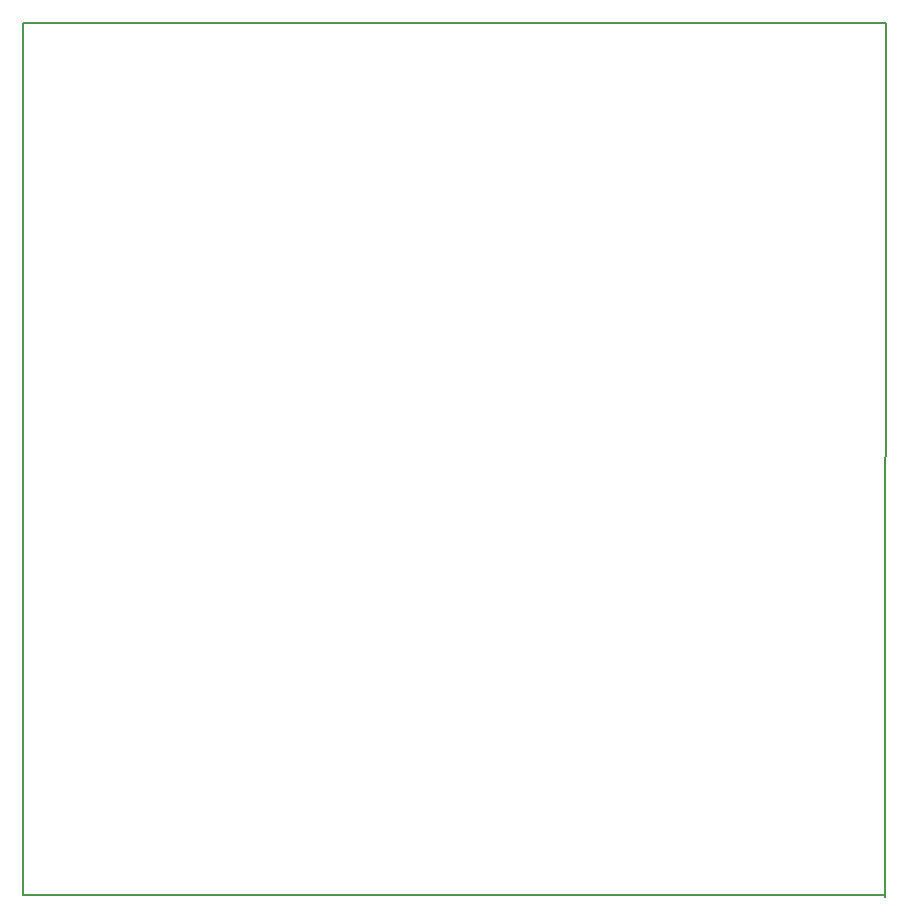
<source format=gbr>
G04 #@! TF.GenerationSoftware,KiCad,Pcbnew,(5.0.2)-1*
G04 #@! TF.CreationDate,2019-04-14T20:35:09-04:00*
G04 #@! TF.ProjectId,final_project,66696e61-6c5f-4707-926f-6a6563742e6b,rev?*
G04 #@! TF.SameCoordinates,Original*
G04 #@! TF.FileFunction,Profile,NP*
%FSLAX46Y46*%
G04 Gerber Fmt 4.6, Leading zero omitted, Abs format (unit mm)*
G04 Created by KiCad (PCBNEW (5.0.2)-1) date 4/14/2019 8:35:09 PM*
%MOMM*%
%LPD*%
G01*
G04 APERTURE LIST*
%ADD10C,0.200000*%
G04 APERTURE END LIST*
D10*
X123800000Y-135400000D02*
X196800000Y-135400000D01*
X123825000Y-61595000D02*
X123800000Y-135400000D01*
X196850000Y-61595000D02*
X123825000Y-61595000D01*
X196800000Y-135600000D02*
X196850000Y-61595000D01*
M02*

</source>
